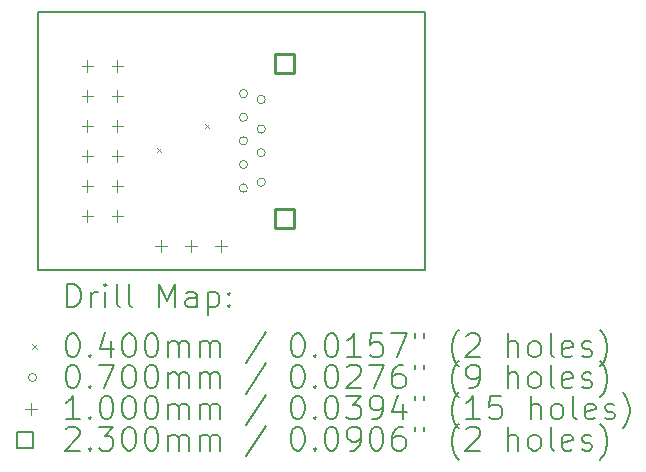
<source format=gbr>
%TF.GenerationSoftware,KiCad,Pcbnew,6.0.11-2627ca5db0~126~ubuntu22.04.1*%
%TF.CreationDate,2023-02-26T23:21:51+01:00*%
%TF.ProjectId,pmod,706d6f64-2e6b-4696-9361-645f70636258,0.7*%
%TF.SameCoordinates,Original*%
%TF.FileFunction,Drillmap*%
%TF.FilePolarity,Positive*%
%FSLAX45Y45*%
G04 Gerber Fmt 4.5, Leading zero omitted, Abs format (unit mm)*
G04 Created by KiCad (PCBNEW 6.0.11-2627ca5db0~126~ubuntu22.04.1) date 2023-02-26 23:21:51*
%MOMM*%
%LPD*%
G01*
G04 APERTURE LIST*
%ADD10C,0.150000*%
%ADD11C,0.200000*%
%ADD12C,0.040000*%
%ADD13C,0.070000*%
%ADD14C,0.100000*%
%ADD15C,0.230000*%
G04 APERTURE END LIST*
D10*
X13645600Y-6419300D02*
X16922200Y-6419300D01*
X16922200Y-6419300D02*
X16922200Y-8603700D01*
X16922200Y-8603700D02*
X13645600Y-8603700D01*
X13645600Y-8603700D02*
X13645600Y-6419300D01*
D11*
D12*
X14654300Y-7567700D02*
X14694300Y-7607700D01*
X14694300Y-7567700D02*
X14654300Y-7607700D01*
X15060700Y-7364500D02*
X15100700Y-7404500D01*
X15100700Y-7364500D02*
X15060700Y-7404500D01*
D13*
X15423300Y-7111500D02*
G75*
G03*
X15423300Y-7111500I-35000J0D01*
G01*
X15423300Y-7311500D02*
G75*
G03*
X15423300Y-7311500I-35000J0D01*
G01*
X15423300Y-7511500D02*
G75*
G03*
X15423300Y-7511500I-35000J0D01*
G01*
X15423300Y-7711500D02*
G75*
G03*
X15423300Y-7711500I-35000J0D01*
G01*
X15423300Y-7911500D02*
G75*
G03*
X15423300Y-7911500I-35000J0D01*
G01*
X15573300Y-7161500D02*
G75*
G03*
X15573300Y-7161500I-35000J0D01*
G01*
X15573300Y-7411500D02*
G75*
G03*
X15573300Y-7411500I-35000J0D01*
G01*
X15573300Y-7611500D02*
G75*
G03*
X15573300Y-7611500I-35000J0D01*
G01*
X15573300Y-7861500D02*
G75*
G03*
X15573300Y-7861500I-35000J0D01*
G01*
D14*
X14067240Y-6829548D02*
X14067240Y-6929548D01*
X14017240Y-6879548D02*
X14117240Y-6879548D01*
X14067240Y-7083548D02*
X14067240Y-7183548D01*
X14017240Y-7133548D02*
X14117240Y-7133548D01*
X14067240Y-7337548D02*
X14067240Y-7437548D01*
X14017240Y-7387548D02*
X14117240Y-7387548D01*
X14067240Y-7591548D02*
X14067240Y-7691548D01*
X14017240Y-7641548D02*
X14117240Y-7641548D01*
X14067240Y-7845548D02*
X14067240Y-7945548D01*
X14017240Y-7895548D02*
X14117240Y-7895548D01*
X14067240Y-8099548D02*
X14067240Y-8199548D01*
X14017240Y-8149548D02*
X14117240Y-8149548D01*
X14321240Y-6829548D02*
X14321240Y-6929548D01*
X14271240Y-6879548D02*
X14371240Y-6879548D01*
X14321240Y-7083548D02*
X14321240Y-7183548D01*
X14271240Y-7133548D02*
X14371240Y-7133548D01*
X14321240Y-7337548D02*
X14321240Y-7437548D01*
X14271240Y-7387548D02*
X14371240Y-7387548D01*
X14321240Y-7591548D02*
X14321240Y-7691548D01*
X14271240Y-7641548D02*
X14371240Y-7641548D01*
X14321240Y-7845548D02*
X14321240Y-7945548D01*
X14271240Y-7895548D02*
X14371240Y-7895548D01*
X14321240Y-8099548D02*
X14321240Y-8199548D01*
X14271240Y-8149548D02*
X14371240Y-8149548D01*
X14687000Y-8350500D02*
X14687000Y-8450500D01*
X14637000Y-8400500D02*
X14737000Y-8400500D01*
X14941000Y-8350500D02*
X14941000Y-8450500D01*
X14891000Y-8400500D02*
X14991000Y-8400500D01*
X15195000Y-8350500D02*
X15195000Y-8450500D01*
X15145000Y-8400500D02*
X15245000Y-8400500D01*
D15*
X15819618Y-6935818D02*
X15819618Y-6773182D01*
X15656982Y-6773182D01*
X15656982Y-6935818D01*
X15819618Y-6935818D01*
X15819618Y-8249818D02*
X15819618Y-8087182D01*
X15656982Y-8087182D01*
X15656982Y-8249818D01*
X15819618Y-8249818D01*
D11*
X13895719Y-8921676D02*
X13895719Y-8721676D01*
X13943338Y-8721676D01*
X13971909Y-8731200D01*
X13990957Y-8750248D01*
X14000481Y-8769295D01*
X14010005Y-8807390D01*
X14010005Y-8835962D01*
X14000481Y-8874057D01*
X13990957Y-8893105D01*
X13971909Y-8912152D01*
X13943338Y-8921676D01*
X13895719Y-8921676D01*
X14095719Y-8921676D02*
X14095719Y-8788343D01*
X14095719Y-8826438D02*
X14105243Y-8807390D01*
X14114767Y-8797867D01*
X14133814Y-8788343D01*
X14152862Y-8788343D01*
X14219528Y-8921676D02*
X14219528Y-8788343D01*
X14219528Y-8721676D02*
X14210005Y-8731200D01*
X14219528Y-8740724D01*
X14229052Y-8731200D01*
X14219528Y-8721676D01*
X14219528Y-8740724D01*
X14343338Y-8921676D02*
X14324290Y-8912152D01*
X14314767Y-8893105D01*
X14314767Y-8721676D01*
X14448100Y-8921676D02*
X14429052Y-8912152D01*
X14419528Y-8893105D01*
X14419528Y-8721676D01*
X14676671Y-8921676D02*
X14676671Y-8721676D01*
X14743338Y-8864533D01*
X14810005Y-8721676D01*
X14810005Y-8921676D01*
X14990957Y-8921676D02*
X14990957Y-8816914D01*
X14981433Y-8797867D01*
X14962386Y-8788343D01*
X14924290Y-8788343D01*
X14905243Y-8797867D01*
X14990957Y-8912152D02*
X14971909Y-8921676D01*
X14924290Y-8921676D01*
X14905243Y-8912152D01*
X14895719Y-8893105D01*
X14895719Y-8874057D01*
X14905243Y-8855010D01*
X14924290Y-8845486D01*
X14971909Y-8845486D01*
X14990957Y-8835962D01*
X15086195Y-8788343D02*
X15086195Y-8988343D01*
X15086195Y-8797867D02*
X15105243Y-8788343D01*
X15143338Y-8788343D01*
X15162386Y-8797867D01*
X15171909Y-8807390D01*
X15181433Y-8826438D01*
X15181433Y-8883581D01*
X15171909Y-8902629D01*
X15162386Y-8912152D01*
X15143338Y-8921676D01*
X15105243Y-8921676D01*
X15086195Y-8912152D01*
X15267148Y-8902629D02*
X15276671Y-8912152D01*
X15267148Y-8921676D01*
X15257624Y-8912152D01*
X15267148Y-8902629D01*
X15267148Y-8921676D01*
X15267148Y-8797867D02*
X15276671Y-8807390D01*
X15267148Y-8816914D01*
X15257624Y-8807390D01*
X15267148Y-8797867D01*
X15267148Y-8816914D01*
D12*
X13598100Y-9231200D02*
X13638100Y-9271200D01*
X13638100Y-9231200D02*
X13598100Y-9271200D01*
D11*
X13933814Y-9141676D02*
X13952862Y-9141676D01*
X13971909Y-9151200D01*
X13981433Y-9160724D01*
X13990957Y-9179771D01*
X14000481Y-9217867D01*
X14000481Y-9265486D01*
X13990957Y-9303581D01*
X13981433Y-9322629D01*
X13971909Y-9332152D01*
X13952862Y-9341676D01*
X13933814Y-9341676D01*
X13914767Y-9332152D01*
X13905243Y-9322629D01*
X13895719Y-9303581D01*
X13886195Y-9265486D01*
X13886195Y-9217867D01*
X13895719Y-9179771D01*
X13905243Y-9160724D01*
X13914767Y-9151200D01*
X13933814Y-9141676D01*
X14086195Y-9322629D02*
X14095719Y-9332152D01*
X14086195Y-9341676D01*
X14076671Y-9332152D01*
X14086195Y-9322629D01*
X14086195Y-9341676D01*
X14267148Y-9208343D02*
X14267148Y-9341676D01*
X14219528Y-9132152D02*
X14171909Y-9275010D01*
X14295719Y-9275010D01*
X14410005Y-9141676D02*
X14429052Y-9141676D01*
X14448100Y-9151200D01*
X14457624Y-9160724D01*
X14467148Y-9179771D01*
X14476671Y-9217867D01*
X14476671Y-9265486D01*
X14467148Y-9303581D01*
X14457624Y-9322629D01*
X14448100Y-9332152D01*
X14429052Y-9341676D01*
X14410005Y-9341676D01*
X14390957Y-9332152D01*
X14381433Y-9322629D01*
X14371909Y-9303581D01*
X14362386Y-9265486D01*
X14362386Y-9217867D01*
X14371909Y-9179771D01*
X14381433Y-9160724D01*
X14390957Y-9151200D01*
X14410005Y-9141676D01*
X14600481Y-9141676D02*
X14619528Y-9141676D01*
X14638576Y-9151200D01*
X14648100Y-9160724D01*
X14657624Y-9179771D01*
X14667148Y-9217867D01*
X14667148Y-9265486D01*
X14657624Y-9303581D01*
X14648100Y-9322629D01*
X14638576Y-9332152D01*
X14619528Y-9341676D01*
X14600481Y-9341676D01*
X14581433Y-9332152D01*
X14571909Y-9322629D01*
X14562386Y-9303581D01*
X14552862Y-9265486D01*
X14552862Y-9217867D01*
X14562386Y-9179771D01*
X14571909Y-9160724D01*
X14581433Y-9151200D01*
X14600481Y-9141676D01*
X14752862Y-9341676D02*
X14752862Y-9208343D01*
X14752862Y-9227390D02*
X14762386Y-9217867D01*
X14781433Y-9208343D01*
X14810005Y-9208343D01*
X14829052Y-9217867D01*
X14838576Y-9236914D01*
X14838576Y-9341676D01*
X14838576Y-9236914D02*
X14848100Y-9217867D01*
X14867148Y-9208343D01*
X14895719Y-9208343D01*
X14914767Y-9217867D01*
X14924290Y-9236914D01*
X14924290Y-9341676D01*
X15019528Y-9341676D02*
X15019528Y-9208343D01*
X15019528Y-9227390D02*
X15029052Y-9217867D01*
X15048100Y-9208343D01*
X15076671Y-9208343D01*
X15095719Y-9217867D01*
X15105243Y-9236914D01*
X15105243Y-9341676D01*
X15105243Y-9236914D02*
X15114767Y-9217867D01*
X15133814Y-9208343D01*
X15162386Y-9208343D01*
X15181433Y-9217867D01*
X15190957Y-9236914D01*
X15190957Y-9341676D01*
X15581433Y-9132152D02*
X15410005Y-9389295D01*
X15838576Y-9141676D02*
X15857624Y-9141676D01*
X15876671Y-9151200D01*
X15886195Y-9160724D01*
X15895719Y-9179771D01*
X15905243Y-9217867D01*
X15905243Y-9265486D01*
X15895719Y-9303581D01*
X15886195Y-9322629D01*
X15876671Y-9332152D01*
X15857624Y-9341676D01*
X15838576Y-9341676D01*
X15819528Y-9332152D01*
X15810005Y-9322629D01*
X15800481Y-9303581D01*
X15790957Y-9265486D01*
X15790957Y-9217867D01*
X15800481Y-9179771D01*
X15810005Y-9160724D01*
X15819528Y-9151200D01*
X15838576Y-9141676D01*
X15990957Y-9322629D02*
X16000481Y-9332152D01*
X15990957Y-9341676D01*
X15981433Y-9332152D01*
X15990957Y-9322629D01*
X15990957Y-9341676D01*
X16124290Y-9141676D02*
X16143338Y-9141676D01*
X16162386Y-9151200D01*
X16171909Y-9160724D01*
X16181433Y-9179771D01*
X16190957Y-9217867D01*
X16190957Y-9265486D01*
X16181433Y-9303581D01*
X16171909Y-9322629D01*
X16162386Y-9332152D01*
X16143338Y-9341676D01*
X16124290Y-9341676D01*
X16105243Y-9332152D01*
X16095719Y-9322629D01*
X16086195Y-9303581D01*
X16076671Y-9265486D01*
X16076671Y-9217867D01*
X16086195Y-9179771D01*
X16095719Y-9160724D01*
X16105243Y-9151200D01*
X16124290Y-9141676D01*
X16381433Y-9341676D02*
X16267148Y-9341676D01*
X16324290Y-9341676D02*
X16324290Y-9141676D01*
X16305243Y-9170248D01*
X16286195Y-9189295D01*
X16267148Y-9198819D01*
X16562386Y-9141676D02*
X16467148Y-9141676D01*
X16457624Y-9236914D01*
X16467148Y-9227390D01*
X16486195Y-9217867D01*
X16533814Y-9217867D01*
X16552862Y-9227390D01*
X16562386Y-9236914D01*
X16571909Y-9255962D01*
X16571909Y-9303581D01*
X16562386Y-9322629D01*
X16552862Y-9332152D01*
X16533814Y-9341676D01*
X16486195Y-9341676D01*
X16467148Y-9332152D01*
X16457624Y-9322629D01*
X16638576Y-9141676D02*
X16771909Y-9141676D01*
X16686195Y-9341676D01*
X16838576Y-9141676D02*
X16838576Y-9179771D01*
X16914767Y-9141676D02*
X16914767Y-9179771D01*
X17210005Y-9417867D02*
X17200481Y-9408343D01*
X17181433Y-9379771D01*
X17171910Y-9360724D01*
X17162386Y-9332152D01*
X17152862Y-9284533D01*
X17152862Y-9246438D01*
X17162386Y-9198819D01*
X17171910Y-9170248D01*
X17181433Y-9151200D01*
X17200481Y-9122629D01*
X17210005Y-9113105D01*
X17276671Y-9160724D02*
X17286195Y-9151200D01*
X17305243Y-9141676D01*
X17352862Y-9141676D01*
X17371910Y-9151200D01*
X17381433Y-9160724D01*
X17390957Y-9179771D01*
X17390957Y-9198819D01*
X17381433Y-9227390D01*
X17267148Y-9341676D01*
X17390957Y-9341676D01*
X17629052Y-9341676D02*
X17629052Y-9141676D01*
X17714767Y-9341676D02*
X17714767Y-9236914D01*
X17705243Y-9217867D01*
X17686195Y-9208343D01*
X17657624Y-9208343D01*
X17638576Y-9217867D01*
X17629052Y-9227390D01*
X17838576Y-9341676D02*
X17819529Y-9332152D01*
X17810005Y-9322629D01*
X17800481Y-9303581D01*
X17800481Y-9246438D01*
X17810005Y-9227390D01*
X17819529Y-9217867D01*
X17838576Y-9208343D01*
X17867148Y-9208343D01*
X17886195Y-9217867D01*
X17895719Y-9227390D01*
X17905243Y-9246438D01*
X17905243Y-9303581D01*
X17895719Y-9322629D01*
X17886195Y-9332152D01*
X17867148Y-9341676D01*
X17838576Y-9341676D01*
X18019529Y-9341676D02*
X18000481Y-9332152D01*
X17990957Y-9313105D01*
X17990957Y-9141676D01*
X18171910Y-9332152D02*
X18152862Y-9341676D01*
X18114767Y-9341676D01*
X18095719Y-9332152D01*
X18086195Y-9313105D01*
X18086195Y-9236914D01*
X18095719Y-9217867D01*
X18114767Y-9208343D01*
X18152862Y-9208343D01*
X18171910Y-9217867D01*
X18181433Y-9236914D01*
X18181433Y-9255962D01*
X18086195Y-9275010D01*
X18257624Y-9332152D02*
X18276671Y-9341676D01*
X18314767Y-9341676D01*
X18333814Y-9332152D01*
X18343338Y-9313105D01*
X18343338Y-9303581D01*
X18333814Y-9284533D01*
X18314767Y-9275010D01*
X18286195Y-9275010D01*
X18267148Y-9265486D01*
X18257624Y-9246438D01*
X18257624Y-9236914D01*
X18267148Y-9217867D01*
X18286195Y-9208343D01*
X18314767Y-9208343D01*
X18333814Y-9217867D01*
X18410005Y-9417867D02*
X18419529Y-9408343D01*
X18438576Y-9379771D01*
X18448100Y-9360724D01*
X18457624Y-9332152D01*
X18467148Y-9284533D01*
X18467148Y-9246438D01*
X18457624Y-9198819D01*
X18448100Y-9170248D01*
X18438576Y-9151200D01*
X18419529Y-9122629D01*
X18410005Y-9113105D01*
D13*
X13638100Y-9515200D02*
G75*
G03*
X13638100Y-9515200I-35000J0D01*
G01*
D11*
X13933814Y-9405676D02*
X13952862Y-9405676D01*
X13971909Y-9415200D01*
X13981433Y-9424724D01*
X13990957Y-9443771D01*
X14000481Y-9481867D01*
X14000481Y-9529486D01*
X13990957Y-9567581D01*
X13981433Y-9586629D01*
X13971909Y-9596152D01*
X13952862Y-9605676D01*
X13933814Y-9605676D01*
X13914767Y-9596152D01*
X13905243Y-9586629D01*
X13895719Y-9567581D01*
X13886195Y-9529486D01*
X13886195Y-9481867D01*
X13895719Y-9443771D01*
X13905243Y-9424724D01*
X13914767Y-9415200D01*
X13933814Y-9405676D01*
X14086195Y-9586629D02*
X14095719Y-9596152D01*
X14086195Y-9605676D01*
X14076671Y-9596152D01*
X14086195Y-9586629D01*
X14086195Y-9605676D01*
X14162386Y-9405676D02*
X14295719Y-9405676D01*
X14210005Y-9605676D01*
X14410005Y-9405676D02*
X14429052Y-9405676D01*
X14448100Y-9415200D01*
X14457624Y-9424724D01*
X14467148Y-9443771D01*
X14476671Y-9481867D01*
X14476671Y-9529486D01*
X14467148Y-9567581D01*
X14457624Y-9586629D01*
X14448100Y-9596152D01*
X14429052Y-9605676D01*
X14410005Y-9605676D01*
X14390957Y-9596152D01*
X14381433Y-9586629D01*
X14371909Y-9567581D01*
X14362386Y-9529486D01*
X14362386Y-9481867D01*
X14371909Y-9443771D01*
X14381433Y-9424724D01*
X14390957Y-9415200D01*
X14410005Y-9405676D01*
X14600481Y-9405676D02*
X14619528Y-9405676D01*
X14638576Y-9415200D01*
X14648100Y-9424724D01*
X14657624Y-9443771D01*
X14667148Y-9481867D01*
X14667148Y-9529486D01*
X14657624Y-9567581D01*
X14648100Y-9586629D01*
X14638576Y-9596152D01*
X14619528Y-9605676D01*
X14600481Y-9605676D01*
X14581433Y-9596152D01*
X14571909Y-9586629D01*
X14562386Y-9567581D01*
X14552862Y-9529486D01*
X14552862Y-9481867D01*
X14562386Y-9443771D01*
X14571909Y-9424724D01*
X14581433Y-9415200D01*
X14600481Y-9405676D01*
X14752862Y-9605676D02*
X14752862Y-9472343D01*
X14752862Y-9491390D02*
X14762386Y-9481867D01*
X14781433Y-9472343D01*
X14810005Y-9472343D01*
X14829052Y-9481867D01*
X14838576Y-9500914D01*
X14838576Y-9605676D01*
X14838576Y-9500914D02*
X14848100Y-9481867D01*
X14867148Y-9472343D01*
X14895719Y-9472343D01*
X14914767Y-9481867D01*
X14924290Y-9500914D01*
X14924290Y-9605676D01*
X15019528Y-9605676D02*
X15019528Y-9472343D01*
X15019528Y-9491390D02*
X15029052Y-9481867D01*
X15048100Y-9472343D01*
X15076671Y-9472343D01*
X15095719Y-9481867D01*
X15105243Y-9500914D01*
X15105243Y-9605676D01*
X15105243Y-9500914D02*
X15114767Y-9481867D01*
X15133814Y-9472343D01*
X15162386Y-9472343D01*
X15181433Y-9481867D01*
X15190957Y-9500914D01*
X15190957Y-9605676D01*
X15581433Y-9396152D02*
X15410005Y-9653295D01*
X15838576Y-9405676D02*
X15857624Y-9405676D01*
X15876671Y-9415200D01*
X15886195Y-9424724D01*
X15895719Y-9443771D01*
X15905243Y-9481867D01*
X15905243Y-9529486D01*
X15895719Y-9567581D01*
X15886195Y-9586629D01*
X15876671Y-9596152D01*
X15857624Y-9605676D01*
X15838576Y-9605676D01*
X15819528Y-9596152D01*
X15810005Y-9586629D01*
X15800481Y-9567581D01*
X15790957Y-9529486D01*
X15790957Y-9481867D01*
X15800481Y-9443771D01*
X15810005Y-9424724D01*
X15819528Y-9415200D01*
X15838576Y-9405676D01*
X15990957Y-9586629D02*
X16000481Y-9596152D01*
X15990957Y-9605676D01*
X15981433Y-9596152D01*
X15990957Y-9586629D01*
X15990957Y-9605676D01*
X16124290Y-9405676D02*
X16143338Y-9405676D01*
X16162386Y-9415200D01*
X16171909Y-9424724D01*
X16181433Y-9443771D01*
X16190957Y-9481867D01*
X16190957Y-9529486D01*
X16181433Y-9567581D01*
X16171909Y-9586629D01*
X16162386Y-9596152D01*
X16143338Y-9605676D01*
X16124290Y-9605676D01*
X16105243Y-9596152D01*
X16095719Y-9586629D01*
X16086195Y-9567581D01*
X16076671Y-9529486D01*
X16076671Y-9481867D01*
X16086195Y-9443771D01*
X16095719Y-9424724D01*
X16105243Y-9415200D01*
X16124290Y-9405676D01*
X16267148Y-9424724D02*
X16276671Y-9415200D01*
X16295719Y-9405676D01*
X16343338Y-9405676D01*
X16362386Y-9415200D01*
X16371909Y-9424724D01*
X16381433Y-9443771D01*
X16381433Y-9462819D01*
X16371909Y-9491390D01*
X16257624Y-9605676D01*
X16381433Y-9605676D01*
X16448100Y-9405676D02*
X16581433Y-9405676D01*
X16495719Y-9605676D01*
X16743338Y-9405676D02*
X16705243Y-9405676D01*
X16686195Y-9415200D01*
X16676671Y-9424724D01*
X16657624Y-9453295D01*
X16648100Y-9491390D01*
X16648100Y-9567581D01*
X16657624Y-9586629D01*
X16667148Y-9596152D01*
X16686195Y-9605676D01*
X16724290Y-9605676D01*
X16743338Y-9596152D01*
X16752862Y-9586629D01*
X16762386Y-9567581D01*
X16762386Y-9519962D01*
X16752862Y-9500914D01*
X16743338Y-9491390D01*
X16724290Y-9481867D01*
X16686195Y-9481867D01*
X16667148Y-9491390D01*
X16657624Y-9500914D01*
X16648100Y-9519962D01*
X16838576Y-9405676D02*
X16838576Y-9443771D01*
X16914767Y-9405676D02*
X16914767Y-9443771D01*
X17210005Y-9681867D02*
X17200481Y-9672343D01*
X17181433Y-9643771D01*
X17171910Y-9624724D01*
X17162386Y-9596152D01*
X17152862Y-9548533D01*
X17152862Y-9510438D01*
X17162386Y-9462819D01*
X17171910Y-9434248D01*
X17181433Y-9415200D01*
X17200481Y-9386629D01*
X17210005Y-9377105D01*
X17295719Y-9605676D02*
X17333814Y-9605676D01*
X17352862Y-9596152D01*
X17362386Y-9586629D01*
X17381433Y-9558057D01*
X17390957Y-9519962D01*
X17390957Y-9443771D01*
X17381433Y-9424724D01*
X17371910Y-9415200D01*
X17352862Y-9405676D01*
X17314767Y-9405676D01*
X17295719Y-9415200D01*
X17286195Y-9424724D01*
X17276671Y-9443771D01*
X17276671Y-9491390D01*
X17286195Y-9510438D01*
X17295719Y-9519962D01*
X17314767Y-9529486D01*
X17352862Y-9529486D01*
X17371910Y-9519962D01*
X17381433Y-9510438D01*
X17390957Y-9491390D01*
X17629052Y-9605676D02*
X17629052Y-9405676D01*
X17714767Y-9605676D02*
X17714767Y-9500914D01*
X17705243Y-9481867D01*
X17686195Y-9472343D01*
X17657624Y-9472343D01*
X17638576Y-9481867D01*
X17629052Y-9491390D01*
X17838576Y-9605676D02*
X17819529Y-9596152D01*
X17810005Y-9586629D01*
X17800481Y-9567581D01*
X17800481Y-9510438D01*
X17810005Y-9491390D01*
X17819529Y-9481867D01*
X17838576Y-9472343D01*
X17867148Y-9472343D01*
X17886195Y-9481867D01*
X17895719Y-9491390D01*
X17905243Y-9510438D01*
X17905243Y-9567581D01*
X17895719Y-9586629D01*
X17886195Y-9596152D01*
X17867148Y-9605676D01*
X17838576Y-9605676D01*
X18019529Y-9605676D02*
X18000481Y-9596152D01*
X17990957Y-9577105D01*
X17990957Y-9405676D01*
X18171910Y-9596152D02*
X18152862Y-9605676D01*
X18114767Y-9605676D01*
X18095719Y-9596152D01*
X18086195Y-9577105D01*
X18086195Y-9500914D01*
X18095719Y-9481867D01*
X18114767Y-9472343D01*
X18152862Y-9472343D01*
X18171910Y-9481867D01*
X18181433Y-9500914D01*
X18181433Y-9519962D01*
X18086195Y-9539010D01*
X18257624Y-9596152D02*
X18276671Y-9605676D01*
X18314767Y-9605676D01*
X18333814Y-9596152D01*
X18343338Y-9577105D01*
X18343338Y-9567581D01*
X18333814Y-9548533D01*
X18314767Y-9539010D01*
X18286195Y-9539010D01*
X18267148Y-9529486D01*
X18257624Y-9510438D01*
X18257624Y-9500914D01*
X18267148Y-9481867D01*
X18286195Y-9472343D01*
X18314767Y-9472343D01*
X18333814Y-9481867D01*
X18410005Y-9681867D02*
X18419529Y-9672343D01*
X18438576Y-9643771D01*
X18448100Y-9624724D01*
X18457624Y-9596152D01*
X18467148Y-9548533D01*
X18467148Y-9510438D01*
X18457624Y-9462819D01*
X18448100Y-9434248D01*
X18438576Y-9415200D01*
X18419529Y-9386629D01*
X18410005Y-9377105D01*
D14*
X13588100Y-9729200D02*
X13588100Y-9829200D01*
X13538100Y-9779200D02*
X13638100Y-9779200D01*
D11*
X14000481Y-9869676D02*
X13886195Y-9869676D01*
X13943338Y-9869676D02*
X13943338Y-9669676D01*
X13924290Y-9698248D01*
X13905243Y-9717295D01*
X13886195Y-9726819D01*
X14086195Y-9850629D02*
X14095719Y-9860152D01*
X14086195Y-9869676D01*
X14076671Y-9860152D01*
X14086195Y-9850629D01*
X14086195Y-9869676D01*
X14219528Y-9669676D02*
X14238576Y-9669676D01*
X14257624Y-9679200D01*
X14267148Y-9688724D01*
X14276671Y-9707771D01*
X14286195Y-9745867D01*
X14286195Y-9793486D01*
X14276671Y-9831581D01*
X14267148Y-9850629D01*
X14257624Y-9860152D01*
X14238576Y-9869676D01*
X14219528Y-9869676D01*
X14200481Y-9860152D01*
X14190957Y-9850629D01*
X14181433Y-9831581D01*
X14171909Y-9793486D01*
X14171909Y-9745867D01*
X14181433Y-9707771D01*
X14190957Y-9688724D01*
X14200481Y-9679200D01*
X14219528Y-9669676D01*
X14410005Y-9669676D02*
X14429052Y-9669676D01*
X14448100Y-9679200D01*
X14457624Y-9688724D01*
X14467148Y-9707771D01*
X14476671Y-9745867D01*
X14476671Y-9793486D01*
X14467148Y-9831581D01*
X14457624Y-9850629D01*
X14448100Y-9860152D01*
X14429052Y-9869676D01*
X14410005Y-9869676D01*
X14390957Y-9860152D01*
X14381433Y-9850629D01*
X14371909Y-9831581D01*
X14362386Y-9793486D01*
X14362386Y-9745867D01*
X14371909Y-9707771D01*
X14381433Y-9688724D01*
X14390957Y-9679200D01*
X14410005Y-9669676D01*
X14600481Y-9669676D02*
X14619528Y-9669676D01*
X14638576Y-9679200D01*
X14648100Y-9688724D01*
X14657624Y-9707771D01*
X14667148Y-9745867D01*
X14667148Y-9793486D01*
X14657624Y-9831581D01*
X14648100Y-9850629D01*
X14638576Y-9860152D01*
X14619528Y-9869676D01*
X14600481Y-9869676D01*
X14581433Y-9860152D01*
X14571909Y-9850629D01*
X14562386Y-9831581D01*
X14552862Y-9793486D01*
X14552862Y-9745867D01*
X14562386Y-9707771D01*
X14571909Y-9688724D01*
X14581433Y-9679200D01*
X14600481Y-9669676D01*
X14752862Y-9869676D02*
X14752862Y-9736343D01*
X14752862Y-9755390D02*
X14762386Y-9745867D01*
X14781433Y-9736343D01*
X14810005Y-9736343D01*
X14829052Y-9745867D01*
X14838576Y-9764914D01*
X14838576Y-9869676D01*
X14838576Y-9764914D02*
X14848100Y-9745867D01*
X14867148Y-9736343D01*
X14895719Y-9736343D01*
X14914767Y-9745867D01*
X14924290Y-9764914D01*
X14924290Y-9869676D01*
X15019528Y-9869676D02*
X15019528Y-9736343D01*
X15019528Y-9755390D02*
X15029052Y-9745867D01*
X15048100Y-9736343D01*
X15076671Y-9736343D01*
X15095719Y-9745867D01*
X15105243Y-9764914D01*
X15105243Y-9869676D01*
X15105243Y-9764914D02*
X15114767Y-9745867D01*
X15133814Y-9736343D01*
X15162386Y-9736343D01*
X15181433Y-9745867D01*
X15190957Y-9764914D01*
X15190957Y-9869676D01*
X15581433Y-9660152D02*
X15410005Y-9917295D01*
X15838576Y-9669676D02*
X15857624Y-9669676D01*
X15876671Y-9679200D01*
X15886195Y-9688724D01*
X15895719Y-9707771D01*
X15905243Y-9745867D01*
X15905243Y-9793486D01*
X15895719Y-9831581D01*
X15886195Y-9850629D01*
X15876671Y-9860152D01*
X15857624Y-9869676D01*
X15838576Y-9869676D01*
X15819528Y-9860152D01*
X15810005Y-9850629D01*
X15800481Y-9831581D01*
X15790957Y-9793486D01*
X15790957Y-9745867D01*
X15800481Y-9707771D01*
X15810005Y-9688724D01*
X15819528Y-9679200D01*
X15838576Y-9669676D01*
X15990957Y-9850629D02*
X16000481Y-9860152D01*
X15990957Y-9869676D01*
X15981433Y-9860152D01*
X15990957Y-9850629D01*
X15990957Y-9869676D01*
X16124290Y-9669676D02*
X16143338Y-9669676D01*
X16162386Y-9679200D01*
X16171909Y-9688724D01*
X16181433Y-9707771D01*
X16190957Y-9745867D01*
X16190957Y-9793486D01*
X16181433Y-9831581D01*
X16171909Y-9850629D01*
X16162386Y-9860152D01*
X16143338Y-9869676D01*
X16124290Y-9869676D01*
X16105243Y-9860152D01*
X16095719Y-9850629D01*
X16086195Y-9831581D01*
X16076671Y-9793486D01*
X16076671Y-9745867D01*
X16086195Y-9707771D01*
X16095719Y-9688724D01*
X16105243Y-9679200D01*
X16124290Y-9669676D01*
X16257624Y-9669676D02*
X16381433Y-9669676D01*
X16314767Y-9745867D01*
X16343338Y-9745867D01*
X16362386Y-9755390D01*
X16371909Y-9764914D01*
X16381433Y-9783962D01*
X16381433Y-9831581D01*
X16371909Y-9850629D01*
X16362386Y-9860152D01*
X16343338Y-9869676D01*
X16286195Y-9869676D01*
X16267148Y-9860152D01*
X16257624Y-9850629D01*
X16476671Y-9869676D02*
X16514767Y-9869676D01*
X16533814Y-9860152D01*
X16543338Y-9850629D01*
X16562386Y-9822057D01*
X16571909Y-9783962D01*
X16571909Y-9707771D01*
X16562386Y-9688724D01*
X16552862Y-9679200D01*
X16533814Y-9669676D01*
X16495719Y-9669676D01*
X16476671Y-9679200D01*
X16467148Y-9688724D01*
X16457624Y-9707771D01*
X16457624Y-9755390D01*
X16467148Y-9774438D01*
X16476671Y-9783962D01*
X16495719Y-9793486D01*
X16533814Y-9793486D01*
X16552862Y-9783962D01*
X16562386Y-9774438D01*
X16571909Y-9755390D01*
X16743338Y-9736343D02*
X16743338Y-9869676D01*
X16695719Y-9660152D02*
X16648100Y-9803010D01*
X16771909Y-9803010D01*
X16838576Y-9669676D02*
X16838576Y-9707771D01*
X16914767Y-9669676D02*
X16914767Y-9707771D01*
X17210005Y-9945867D02*
X17200481Y-9936343D01*
X17181433Y-9907771D01*
X17171910Y-9888724D01*
X17162386Y-9860152D01*
X17152862Y-9812533D01*
X17152862Y-9774438D01*
X17162386Y-9726819D01*
X17171910Y-9698248D01*
X17181433Y-9679200D01*
X17200481Y-9650629D01*
X17210005Y-9641105D01*
X17390957Y-9869676D02*
X17276671Y-9869676D01*
X17333814Y-9869676D02*
X17333814Y-9669676D01*
X17314767Y-9698248D01*
X17295719Y-9717295D01*
X17276671Y-9726819D01*
X17571910Y-9669676D02*
X17476671Y-9669676D01*
X17467148Y-9764914D01*
X17476671Y-9755390D01*
X17495719Y-9745867D01*
X17543338Y-9745867D01*
X17562386Y-9755390D01*
X17571910Y-9764914D01*
X17581433Y-9783962D01*
X17581433Y-9831581D01*
X17571910Y-9850629D01*
X17562386Y-9860152D01*
X17543338Y-9869676D01*
X17495719Y-9869676D01*
X17476671Y-9860152D01*
X17467148Y-9850629D01*
X17819529Y-9869676D02*
X17819529Y-9669676D01*
X17905243Y-9869676D02*
X17905243Y-9764914D01*
X17895719Y-9745867D01*
X17876671Y-9736343D01*
X17848100Y-9736343D01*
X17829052Y-9745867D01*
X17819529Y-9755390D01*
X18029052Y-9869676D02*
X18010005Y-9860152D01*
X18000481Y-9850629D01*
X17990957Y-9831581D01*
X17990957Y-9774438D01*
X18000481Y-9755390D01*
X18010005Y-9745867D01*
X18029052Y-9736343D01*
X18057624Y-9736343D01*
X18076671Y-9745867D01*
X18086195Y-9755390D01*
X18095719Y-9774438D01*
X18095719Y-9831581D01*
X18086195Y-9850629D01*
X18076671Y-9860152D01*
X18057624Y-9869676D01*
X18029052Y-9869676D01*
X18210005Y-9869676D02*
X18190957Y-9860152D01*
X18181433Y-9841105D01*
X18181433Y-9669676D01*
X18362386Y-9860152D02*
X18343338Y-9869676D01*
X18305243Y-9869676D01*
X18286195Y-9860152D01*
X18276671Y-9841105D01*
X18276671Y-9764914D01*
X18286195Y-9745867D01*
X18305243Y-9736343D01*
X18343338Y-9736343D01*
X18362386Y-9745867D01*
X18371910Y-9764914D01*
X18371910Y-9783962D01*
X18276671Y-9803010D01*
X18448100Y-9860152D02*
X18467148Y-9869676D01*
X18505243Y-9869676D01*
X18524290Y-9860152D01*
X18533814Y-9841105D01*
X18533814Y-9831581D01*
X18524290Y-9812533D01*
X18505243Y-9803010D01*
X18476671Y-9803010D01*
X18457624Y-9793486D01*
X18448100Y-9774438D01*
X18448100Y-9764914D01*
X18457624Y-9745867D01*
X18476671Y-9736343D01*
X18505243Y-9736343D01*
X18524290Y-9745867D01*
X18600481Y-9945867D02*
X18610005Y-9936343D01*
X18629052Y-9907771D01*
X18638576Y-9888724D01*
X18648100Y-9860152D01*
X18657624Y-9812533D01*
X18657624Y-9774438D01*
X18648100Y-9726819D01*
X18638576Y-9698248D01*
X18629052Y-9679200D01*
X18610005Y-9650629D01*
X18600481Y-9641105D01*
X13608811Y-10113911D02*
X13608811Y-9972489D01*
X13467389Y-9972489D01*
X13467389Y-10113911D01*
X13608811Y-10113911D01*
X13886195Y-9952724D02*
X13895719Y-9943200D01*
X13914767Y-9933676D01*
X13962386Y-9933676D01*
X13981433Y-9943200D01*
X13990957Y-9952724D01*
X14000481Y-9971771D01*
X14000481Y-9990819D01*
X13990957Y-10019390D01*
X13876671Y-10133676D01*
X14000481Y-10133676D01*
X14086195Y-10114629D02*
X14095719Y-10124152D01*
X14086195Y-10133676D01*
X14076671Y-10124152D01*
X14086195Y-10114629D01*
X14086195Y-10133676D01*
X14162386Y-9933676D02*
X14286195Y-9933676D01*
X14219528Y-10009867D01*
X14248100Y-10009867D01*
X14267148Y-10019390D01*
X14276671Y-10028914D01*
X14286195Y-10047962D01*
X14286195Y-10095581D01*
X14276671Y-10114629D01*
X14267148Y-10124152D01*
X14248100Y-10133676D01*
X14190957Y-10133676D01*
X14171909Y-10124152D01*
X14162386Y-10114629D01*
X14410005Y-9933676D02*
X14429052Y-9933676D01*
X14448100Y-9943200D01*
X14457624Y-9952724D01*
X14467148Y-9971771D01*
X14476671Y-10009867D01*
X14476671Y-10057486D01*
X14467148Y-10095581D01*
X14457624Y-10114629D01*
X14448100Y-10124152D01*
X14429052Y-10133676D01*
X14410005Y-10133676D01*
X14390957Y-10124152D01*
X14381433Y-10114629D01*
X14371909Y-10095581D01*
X14362386Y-10057486D01*
X14362386Y-10009867D01*
X14371909Y-9971771D01*
X14381433Y-9952724D01*
X14390957Y-9943200D01*
X14410005Y-9933676D01*
X14600481Y-9933676D02*
X14619528Y-9933676D01*
X14638576Y-9943200D01*
X14648100Y-9952724D01*
X14657624Y-9971771D01*
X14667148Y-10009867D01*
X14667148Y-10057486D01*
X14657624Y-10095581D01*
X14648100Y-10114629D01*
X14638576Y-10124152D01*
X14619528Y-10133676D01*
X14600481Y-10133676D01*
X14581433Y-10124152D01*
X14571909Y-10114629D01*
X14562386Y-10095581D01*
X14552862Y-10057486D01*
X14552862Y-10009867D01*
X14562386Y-9971771D01*
X14571909Y-9952724D01*
X14581433Y-9943200D01*
X14600481Y-9933676D01*
X14752862Y-10133676D02*
X14752862Y-10000343D01*
X14752862Y-10019390D02*
X14762386Y-10009867D01*
X14781433Y-10000343D01*
X14810005Y-10000343D01*
X14829052Y-10009867D01*
X14838576Y-10028914D01*
X14838576Y-10133676D01*
X14838576Y-10028914D02*
X14848100Y-10009867D01*
X14867148Y-10000343D01*
X14895719Y-10000343D01*
X14914767Y-10009867D01*
X14924290Y-10028914D01*
X14924290Y-10133676D01*
X15019528Y-10133676D02*
X15019528Y-10000343D01*
X15019528Y-10019390D02*
X15029052Y-10009867D01*
X15048100Y-10000343D01*
X15076671Y-10000343D01*
X15095719Y-10009867D01*
X15105243Y-10028914D01*
X15105243Y-10133676D01*
X15105243Y-10028914D02*
X15114767Y-10009867D01*
X15133814Y-10000343D01*
X15162386Y-10000343D01*
X15181433Y-10009867D01*
X15190957Y-10028914D01*
X15190957Y-10133676D01*
X15581433Y-9924152D02*
X15410005Y-10181295D01*
X15838576Y-9933676D02*
X15857624Y-9933676D01*
X15876671Y-9943200D01*
X15886195Y-9952724D01*
X15895719Y-9971771D01*
X15905243Y-10009867D01*
X15905243Y-10057486D01*
X15895719Y-10095581D01*
X15886195Y-10114629D01*
X15876671Y-10124152D01*
X15857624Y-10133676D01*
X15838576Y-10133676D01*
X15819528Y-10124152D01*
X15810005Y-10114629D01*
X15800481Y-10095581D01*
X15790957Y-10057486D01*
X15790957Y-10009867D01*
X15800481Y-9971771D01*
X15810005Y-9952724D01*
X15819528Y-9943200D01*
X15838576Y-9933676D01*
X15990957Y-10114629D02*
X16000481Y-10124152D01*
X15990957Y-10133676D01*
X15981433Y-10124152D01*
X15990957Y-10114629D01*
X15990957Y-10133676D01*
X16124290Y-9933676D02*
X16143338Y-9933676D01*
X16162386Y-9943200D01*
X16171909Y-9952724D01*
X16181433Y-9971771D01*
X16190957Y-10009867D01*
X16190957Y-10057486D01*
X16181433Y-10095581D01*
X16171909Y-10114629D01*
X16162386Y-10124152D01*
X16143338Y-10133676D01*
X16124290Y-10133676D01*
X16105243Y-10124152D01*
X16095719Y-10114629D01*
X16086195Y-10095581D01*
X16076671Y-10057486D01*
X16076671Y-10009867D01*
X16086195Y-9971771D01*
X16095719Y-9952724D01*
X16105243Y-9943200D01*
X16124290Y-9933676D01*
X16286195Y-10133676D02*
X16324290Y-10133676D01*
X16343338Y-10124152D01*
X16352862Y-10114629D01*
X16371909Y-10086057D01*
X16381433Y-10047962D01*
X16381433Y-9971771D01*
X16371909Y-9952724D01*
X16362386Y-9943200D01*
X16343338Y-9933676D01*
X16305243Y-9933676D01*
X16286195Y-9943200D01*
X16276671Y-9952724D01*
X16267148Y-9971771D01*
X16267148Y-10019390D01*
X16276671Y-10038438D01*
X16286195Y-10047962D01*
X16305243Y-10057486D01*
X16343338Y-10057486D01*
X16362386Y-10047962D01*
X16371909Y-10038438D01*
X16381433Y-10019390D01*
X16505243Y-9933676D02*
X16524290Y-9933676D01*
X16543338Y-9943200D01*
X16552862Y-9952724D01*
X16562386Y-9971771D01*
X16571909Y-10009867D01*
X16571909Y-10057486D01*
X16562386Y-10095581D01*
X16552862Y-10114629D01*
X16543338Y-10124152D01*
X16524290Y-10133676D01*
X16505243Y-10133676D01*
X16486195Y-10124152D01*
X16476671Y-10114629D01*
X16467148Y-10095581D01*
X16457624Y-10057486D01*
X16457624Y-10009867D01*
X16467148Y-9971771D01*
X16476671Y-9952724D01*
X16486195Y-9943200D01*
X16505243Y-9933676D01*
X16743338Y-9933676D02*
X16705243Y-9933676D01*
X16686195Y-9943200D01*
X16676671Y-9952724D01*
X16657624Y-9981295D01*
X16648100Y-10019390D01*
X16648100Y-10095581D01*
X16657624Y-10114629D01*
X16667148Y-10124152D01*
X16686195Y-10133676D01*
X16724290Y-10133676D01*
X16743338Y-10124152D01*
X16752862Y-10114629D01*
X16762386Y-10095581D01*
X16762386Y-10047962D01*
X16752862Y-10028914D01*
X16743338Y-10019390D01*
X16724290Y-10009867D01*
X16686195Y-10009867D01*
X16667148Y-10019390D01*
X16657624Y-10028914D01*
X16648100Y-10047962D01*
X16838576Y-9933676D02*
X16838576Y-9971771D01*
X16914767Y-9933676D02*
X16914767Y-9971771D01*
X17210005Y-10209867D02*
X17200481Y-10200343D01*
X17181433Y-10171771D01*
X17171910Y-10152724D01*
X17162386Y-10124152D01*
X17152862Y-10076533D01*
X17152862Y-10038438D01*
X17162386Y-9990819D01*
X17171910Y-9962248D01*
X17181433Y-9943200D01*
X17200481Y-9914629D01*
X17210005Y-9905105D01*
X17276671Y-9952724D02*
X17286195Y-9943200D01*
X17305243Y-9933676D01*
X17352862Y-9933676D01*
X17371910Y-9943200D01*
X17381433Y-9952724D01*
X17390957Y-9971771D01*
X17390957Y-9990819D01*
X17381433Y-10019390D01*
X17267148Y-10133676D01*
X17390957Y-10133676D01*
X17629052Y-10133676D02*
X17629052Y-9933676D01*
X17714767Y-10133676D02*
X17714767Y-10028914D01*
X17705243Y-10009867D01*
X17686195Y-10000343D01*
X17657624Y-10000343D01*
X17638576Y-10009867D01*
X17629052Y-10019390D01*
X17838576Y-10133676D02*
X17819529Y-10124152D01*
X17810005Y-10114629D01*
X17800481Y-10095581D01*
X17800481Y-10038438D01*
X17810005Y-10019390D01*
X17819529Y-10009867D01*
X17838576Y-10000343D01*
X17867148Y-10000343D01*
X17886195Y-10009867D01*
X17895719Y-10019390D01*
X17905243Y-10038438D01*
X17905243Y-10095581D01*
X17895719Y-10114629D01*
X17886195Y-10124152D01*
X17867148Y-10133676D01*
X17838576Y-10133676D01*
X18019529Y-10133676D02*
X18000481Y-10124152D01*
X17990957Y-10105105D01*
X17990957Y-9933676D01*
X18171910Y-10124152D02*
X18152862Y-10133676D01*
X18114767Y-10133676D01*
X18095719Y-10124152D01*
X18086195Y-10105105D01*
X18086195Y-10028914D01*
X18095719Y-10009867D01*
X18114767Y-10000343D01*
X18152862Y-10000343D01*
X18171910Y-10009867D01*
X18181433Y-10028914D01*
X18181433Y-10047962D01*
X18086195Y-10067010D01*
X18257624Y-10124152D02*
X18276671Y-10133676D01*
X18314767Y-10133676D01*
X18333814Y-10124152D01*
X18343338Y-10105105D01*
X18343338Y-10095581D01*
X18333814Y-10076533D01*
X18314767Y-10067010D01*
X18286195Y-10067010D01*
X18267148Y-10057486D01*
X18257624Y-10038438D01*
X18257624Y-10028914D01*
X18267148Y-10009867D01*
X18286195Y-10000343D01*
X18314767Y-10000343D01*
X18333814Y-10009867D01*
X18410005Y-10209867D02*
X18419529Y-10200343D01*
X18438576Y-10171771D01*
X18448100Y-10152724D01*
X18457624Y-10124152D01*
X18467148Y-10076533D01*
X18467148Y-10038438D01*
X18457624Y-9990819D01*
X18448100Y-9962248D01*
X18438576Y-9943200D01*
X18419529Y-9914629D01*
X18410005Y-9905105D01*
M02*

</source>
